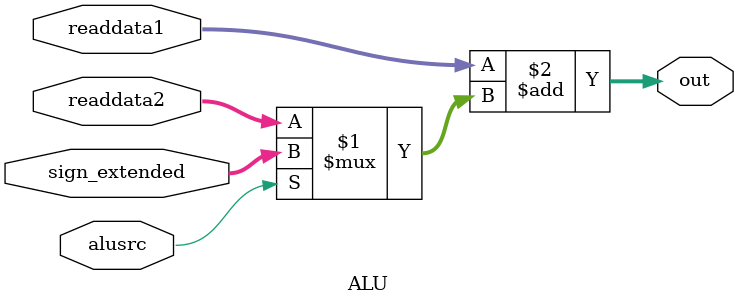
<source format=v>
`timescale 1ns / 1ps
module ALU(
    input [7:0] readdata1,
    input [7:0] readdata2,
    input [7:0] sign_extended,
    input alusrc,
    output [7:0] out
    );

	assign out = readdata1 + (alusrc ? sign_extended : readdata2);

endmodule

</source>
